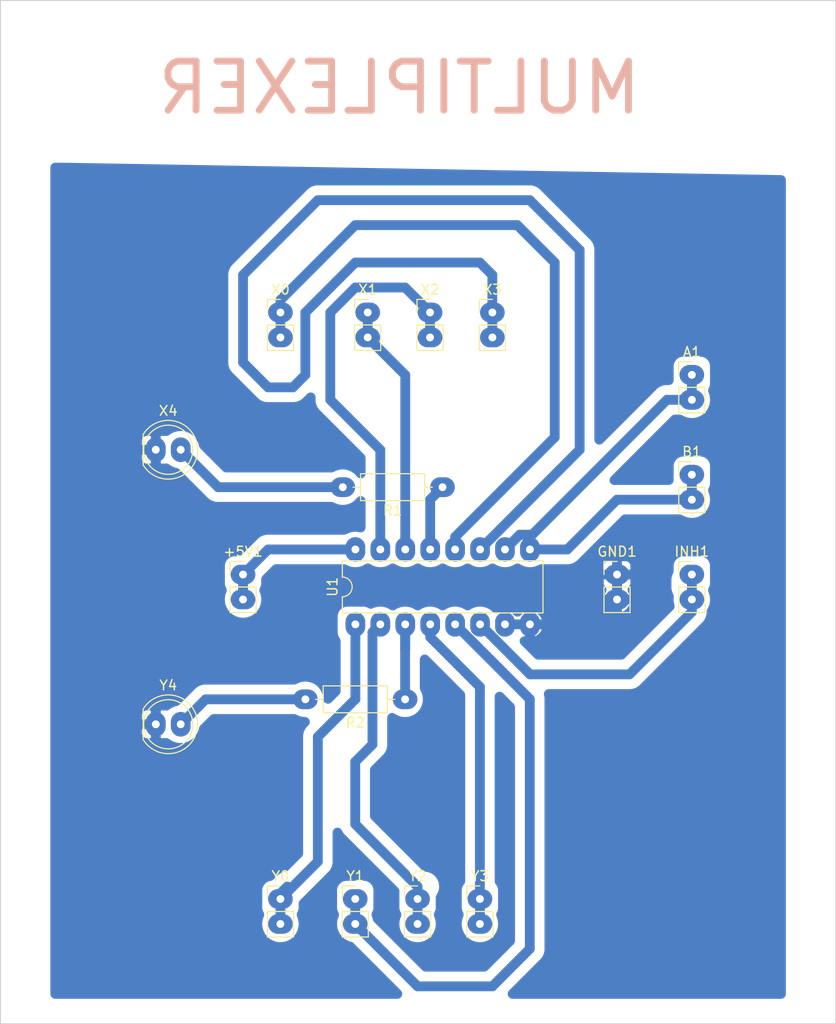
<source format=kicad_pcb>
(kicad_pcb (version 20211014) (generator pcbnew)
  (layers (0 "F.Cu" signal) (31 "B.Cu" signal) (34 "B.Paste" user) (35 "F.Paste" user) (36 "B.SilkS" user "B.Silkscreen") (37 "F.SilkS" user "F.Silkscreen") (38 "B.Mask" user) (39 "F.Mask" user) (44 "Edge.Cuts" user))
  (net 0 "")
  (net 1 "Net-(+5V1-Pad1)")
  (net 2 "Net-(A1-Pad1)")
  (net 3 "Net-(B1-Pad1)")
  (net 4 "GND")
  (net 5 "Net-(INH1-Pad1)")
  (net 6 "Net-(R1-Pad1)")
  (net 7 "Net-(R1-Pad2)")
  (net 8 "Net-(R2-Pad1)")
  (net 9 "Net-(R2-Pad2)")
  (net 10 "Net-(U1-Pad1)")
  (net 11 "Net-(U1-Pad2)")
  (net 12 "Net-(U1-Pad4)")
  (net 13 "Net-(U1-Pad5)")
  (net 14 "Net-(U1-Pad11)")
  (net 15 "Net-(U1-Pad12)")
  (net 16 "Net-(U1-Pad14)")
  (net 17 "Net-(U1-Pad15)")
  (footprint "Connector_PinHeader_2.54mm:PinHeader_1x02_P2.54mm_Vertical" (layer "F.Cu") (at 107.95 49.53)
    (fp_text reference "X1" (at 0 -2.33) (layer "F.SilkS"))
    (fp_text value "Conn_01x02_Male")
    (fp_line (start -1.33 3.87) (end 1.33 3.87) (layer "F.SilkS") (width 0.12))
    (fp_line (start -1.33 1.27) (end -1.33 3.87) (layer "F.SilkS") (width 0.12))
    (fp_line (start 1.33 1.27) (end 1.33 3.87) (layer "F.SilkS") (width 0.12))
    (fp_line (start -1.33 0) (end -1.33 -1.33) (layer "F.SilkS") (width 0.12))
    (fp_line (start -1.33 1.27) (end 1.33 1.27) (layer "F.SilkS") (width 0.12))
    (fp_line (start -1.33 -1.33) (end 0 -1.33) (layer "F.SilkS") (width 0.12))
    (pad "1" thru_hole oval (at 0 0) (size 2.5 2) (drill 0.8) (layers *.Cu *.Mask) (net 16 "Net-(U1-Pad14)"))
    (pad "2" thru_hole oval (at 0 2.54) (size 2.5 2) (drill 0.8) (layers *.Cu *.Mask) (net 16 "Net-(U1-Pad14)"))
  )
  (footprint "Connector_PinHeader_2.54mm:PinHeader_1x02_P2.54mm_Vertical" (layer "F.Cu") (at 113.03 109.22)
    (fp_text reference "Y2" (at 0 -2.33) (layer "F.SilkS"))
    (fp_text value "Conn_01x02_Male")
    (fp_line (start -1.33 0) (end -1.33 -1.33) (layer "F.SilkS") (width 0.12))
    (fp_line (start -1.33 3.87) (end 1.33 3.87) (layer "F.SilkS") (width 0.12))
    (fp_line (start -1.33 1.27) (end -1.33 3.87) (layer "F.SilkS") (width 0.12))
    (fp_line (start -1.33 -1.33) (end 0 -1.33) (layer "F.SilkS") (width 0.12))
    (fp_line (start 1.33 1.27) (end 1.33 3.87) (layer "F.SilkS") (width 0.12))
    (fp_line (start -1.33 1.27) (end 1.33 1.27) (layer "F.SilkS") (width 0.12))
    (pad "1" thru_hole oval (at 0 0) (size 2.5 2) (drill 0.8) (layers *.Cu *.Mask) (net 11 "Net-(U1-Pad2)"))
    (pad "2" thru_hole oval (at 0 2.54) (size 2.5 2) (drill 0.8) (layers *.Cu *.Mask) (net 11 "Net-(U1-Pad2)"))
  )
  (footprint "Connector_PinHeader_2.54mm:PinHeader_1x02_P2.54mm_Vertical" (layer "F.Cu") (at 99.06 49.53)
    (fp_text reference "X0" (at 0 -2.33) (layer "F.SilkS"))
    (fp_text value "Conn_01x02_Male")
    (fp_line (start -1.33 1.27) (end 1.33 1.27) (layer "F.SilkS") (width 0.12))
    (fp_line (start -1.33 0) (end -1.33 -1.33) (layer "F.SilkS") (width 0.12))
    (fp_line (start -1.33 1.27) (end -1.33 3.87) (layer "F.SilkS") (width 0.12))
    (fp_line (start -1.33 3.87) (end 1.33 3.87) (layer "F.SilkS") (width 0.12))
    (fp_line (start 1.33 1.27) (end 1.33 3.87) (layer "F.SilkS") (width 0.12))
    (fp_line (start -1.33 -1.33) (end 0 -1.33) (layer "F.SilkS") (width 0.12))
    (pad "1" thru_hole oval (at 0 0) (size 2.5 2) (drill 0.8) (layers *.Cu *.Mask) (net 15 "Net-(U1-Pad12)"))
    (pad "2" thru_hole oval (at 0 2.54) (size 2.5 2) (drill 0.8) (layers *.Cu *.Mask) (net 15 "Net-(U1-Pad12)"))
  )
  (footprint "Connector_PinHeader_2.54mm:PinHeader_1x02_P2.54mm_Vertical" (layer "F.Cu") (at 106.68 109.22)
    (fp_text reference "Y1" (at 0 -2.33) (layer "F.SilkS"))
    (fp_text value "Conn_01x02_Male")
    (fp_line (start 1.33 1.27) (end 1.33 3.87) (layer "F.SilkS") (width 0.12))
    (fp_line (start -1.33 1.27) (end 1.33 1.27) (layer "F.SilkS") (width 0.12))
    (fp_line (start -1.33 1.27) (end -1.33 3.87) (layer "F.SilkS") (width 0.12))
    (fp_line (start -1.33 0) (end -1.33 -1.33) (layer "F.SilkS") (width 0.12))
    (fp_line (start -1.33 -1.33) (end 0 -1.33) (layer "F.SilkS") (width 0.12))
    (fp_line (start -1.33 3.87) (end 1.33 3.87) (layer "F.SilkS") (width 0.12))
    (pad "1" thru_hole oval (at 0 0) (size 2.5 2) (drill 0.8) (layers *.Cu *.Mask) (net 13 "Net-(U1-Pad5)"))
    (pad "2" thru_hole oval (at 0 2.54) (size 2.5 2) (drill 0.8) (layers *.Cu *.Mask) (net 13 "Net-(U1-Pad5)"))
  )
  (footprint "Connector_PinHeader_2.54mm:PinHeader_1x02_P2.54mm_Vertical" (layer "F.Cu") (at 140.97 66.04)
    (fp_text reference "B1" (at 0 -2.33) (layer "F.SilkS"))
    (fp_text value "Conn_01x02_Male")
    (fp_line (start 1.33 1.27) (end 1.33 3.87) (layer "F.SilkS") (width 0.12))
    (fp_line (start -1.33 -1.33) (end 0 -1.33) (layer "F.SilkS") (width 0.12))
    (fp_line (start -1.33 1.27) (end -1.33 3.87) (layer "F.SilkS") (width 0.12))
    (fp_line (start -1.33 0) (end -1.33 -1.33) (layer "F.SilkS") (width 0.12))
    (fp_line (start -1.33 1.27) (end 1.33 1.27) (layer "F.SilkS") (width 0.12))
    (fp_line (start -1.33 3.87) (end 1.33 3.87) (layer "F.SilkS") (width 0.12))
    (pad "1" thru_hole oval (at 0 0) (size 2.5 2) (drill 0.8) (layers *.Cu *.Mask) (net 3 "Net-(B1-Pad1)"))
    (pad "2" thru_hole oval (at 0 2.54) (size 2.5 2) (drill 0.8) (layers *.Cu *.Mask) (net 3 "Net-(B1-Pad1)"))
  )
  (footprint "Package_DIP:DIP-16_W7.62mm" (layer "F.Cu") (at 106.695 81.27 90)
    (fp_text reference "U1" (at 3.81 -2.33 90) (layer "F.SilkS"))
    (fp_text value "4052")
    (fp_line (start 2.81 -1.33) (end 1.16 -1.33) (layer "F.SilkS") (width 0.12))
    (fp_line (start 1.16 -1.33) (end 1.16 19.11) (layer "F.SilkS") (width 0.12))
    (fp_line (start 6.46 -1.33) (end 4.81 -1.33) (layer "F.SilkS") (width 0.12))
    (fp_line (start 6.46 19.11) (end 6.46 -1.33) (layer "F.SilkS") (width 0.12))
    (fp_line (start 1.16 19.11) (end 6.46 19.11) (layer "F.SilkS") (width 0.12))
    (fp_arc (start 4.81 -1.33) (mid 3.81 -0.33) (end 2.81 -1.33) (layer "F.SilkS") (width 0.12))
    (pad "1" thru_hole oval (at 0 0 90) (size 2.5 2) (drill 0.8) (layers *.Cu *.Mask) (net 10 "Net-(U1-Pad1)"))
    (pad "2" thru_hole oval (at 0 2.54 90) (size 2.5 2) (drill 0.8) (layers *.Cu *.Mask) (net 11 "Net-(U1-Pad2)"))
    (pad "3" thru_hole oval (at 0 5.08 90) (size 2.5 2) (drill 0.8) (layers *.Cu *.Mask) (net 8 "Net-(R2-Pad1)"))
    (pad "4" thru_hole oval (at 0 7.62 90) (size 2.5 2) (drill 0.8) (layers *.Cu *.Mask) (net 12 "Net-(U1-Pad4)"))
    (pad "5" thru_hole oval (at 0 10.16 90) (size 2.5 2) (drill 0.8) (layers *.Cu *.Mask) (net 13 "Net-(U1-Pad5)"))
    (pad "6" thru_hole oval (at 0 12.7 90) (size 2.5 2) (drill 0.8) (layers *.Cu *.Mask) (net 5 "Net-(INH1-Pad1)"))
    (pad "7" thru_hole oval (at 0 15.24 90) (size 2.5 2) (drill 0.8) (layers *.Cu *.Mask) (net 4 "GND"))
    (pad "8" thru_hole oval (at 0 17.78 90) (size 2.5 2) (drill 0.8) (layers *.Cu *.Mask) (net 4 "GND"))
    (pad "9" thru_hole oval (at 7.62 17.78 90) (size 2.5 2) (drill 0.8) (layers *.Cu *.Mask) (net 3 "Net-(B1-Pad1)"))
    (pad "10" thru_hole oval (at 7.62 15.24 90) (size 2.5 2) (drill 0.8) (layers *.Cu *.Mask) (net 2 "Net-(A1-Pad1)"))
    (pad "11" thru_hole oval (at 7.62 12.7 90) (size 2.5 2) (drill 0.8) (layers *.Cu *.Mask) (net 14 "Net-(U1-Pad11)"))
    (pad "12" thru_hole oval (at 7.62 10.16 90) (size 2.5 2) (drill 0.8) (layers *.Cu *.Mask) (net 15 "Net-(U1-Pad12)"))
    (pad "13" thru_hole oval (at 7.62 7.62 90) (size 2.5 2) (drill 0.8) (layers *.Cu *.Mask) (net 6 "Net-(R1-Pad1)"))
    (pad "14" thru_hole oval (at 7.62 5.08 90) (size 2.5 2) (drill 0.8) (layers *.Cu *.Mask) (net 16 "Net-(U1-Pad14)"))
    (pad "15" thru_hole oval (at 7.62 2.54 90) (size 2.5 2) (drill 0.8) (layers *.Cu *.Mask) (net 17 "Net-(U1-Pad15)"))
    (pad "16" thru_hole oval (at 7.62 0 90) (size 2.5 2) (drill 0.8) (layers *.Cu *.Mask) (net 1 "Net-(+5V1-Pad1)"))
  )
  (footprint "Resistor_THT:R_Axial_DIN0207_L6.3mm_D2.5mm_P10.16mm_Horizontal" (layer "F.Cu") (at 115.57 67.31 180)
    (fp_text reference "R1" (at 5.08 -2.37) (layer "F.SilkS"))
    (fp_text value "R")
    (fp_line (start 8.35 -1.37) (end 1.81 -1.37) (layer "F.SilkS") (width 0.12))
    (fp_line (start 1.81 -1.37) (end 1.81 1.37) (layer "F.SilkS") (width 0.12))
    (fp_line (start 8.35 1.37) (end 8.35 -1.37) (layer "F.SilkS") (width 0.12))
    (fp_line (start 1.04 0) (end 1.81 0) (layer "F.SilkS") (width 0.12))
    (fp_line (start 9.12 0) (end 8.35 0) (layer "F.SilkS") (width 0.12))
    (fp_line (start 1.81 1.37) (end 8.35 1.37) (layer "F.SilkS") (width 0.12))
    (pad "1" thru_hole oval (at 0 0 180) (size 2.5 2) (drill 0.8) (layers *.Cu *.Mask) (net 6 "Net-(R1-Pad1)"))
    (pad "2" thru_hole oval (at 10.16 0 180) (size 2.5 2) (drill 0.8) (layers *.Cu *.Mask) (net 7 "Net-(R1-Pad2)"))
  )
  (footprint "LED_THT:LED_D5.0mm" (layer "F.Cu") (at 86.36 91.44)
    (fp_text reference "Y4" (at 1.27 -3.96) (layer "F.SilkS"))
    (fp_text value "LED")
    (fp_line (start -1.29 -1.545) (end -1.29 1.545) (layer "F.SilkS") (width 0.12))
    (fp_arc (start 4.26 -0.000462) (mid 2.072002 2.880433) (end -1.29 1.54483) (layer "F.SilkS") (width 0.12))
    (fp_arc (start -1.29 -1.54483) (mid 2.072002 -2.880433) (end 4.26 0.000462) (layer "F.SilkS") (width 0.12))
    (fp_circle (center 1.27 0) (end 3.77 0) (layer "F.SilkS") (width 0.12) (fill none))
    (pad "1" thru_hole oval (at 0 0) (size 2 2.5) (drill 0.8) (layers *.Cu *.Mask) (net 4 "GND"))
    (pad "2" thru_hole oval (at 2.54 0) (size 2 2.5) (drill 0.8) (layers *.Cu *.Mask) (net 9 "Net-(R2-Pad2)"))
  )
  (footprint "Connector_PinHeader_2.54mm:PinHeader_1x02_P2.54mm_Vertical" (layer "F.Cu") (at 99.06 109.22)
    (fp_text reference "Y0" (at 0 -2.33) (layer "F.SilkS"))
    (fp_text value "Conn_01x02_Male")
    (fp_line (start 1.33 1.27) (end 1.33 3.87) (layer "F.SilkS") (width 0.12))
    (fp_line (start -1.33 1.27) (end 1.33 1.27) (layer "F.SilkS") (width 0.12))
    (fp_line (start -1.33 1.27) (end -1.33 3.87) (layer "F.SilkS") (width 0.12))
    (fp_line (start -1.33 3.87) (end 1.33 3.87) (layer "F.SilkS") (width 0.12))
    (fp_line (start -1.33 -1.33) (end 0 -1.33) (layer "F.SilkS") (width 0.12))
    (fp_line (start -1.33 0) (end -1.33 -1.33) (layer "F.SilkS") (width 0.12))
    (pad "1" thru_hole oval (at 0 0) (size 2.5 2) (drill 0.8) (layers *.Cu *.Mask) (net 10 "Net-(U1-Pad1)"))
    (pad "2" thru_hole oval (at 0 2.54) (size 2.5 2) (drill 0.8) (layers *.Cu *.Mask) (net 10 "Net-(U1-Pad1)"))
  )
  (footprint "Connector_PinHeader_2.54mm:PinHeader_1x02_P2.54mm_Vertical" (layer "F.Cu") (at 114.3 49.53)
    (fp_text reference "X2" (at 0 -2.33) (layer "F.SilkS"))
    (fp_text value "Conn_01x02_Male")
    (fp_line (start -1.33 1.27) (end 1.33 1.27) (layer "F.SilkS") (width 0.12))
    (fp_line (start -1.33 3.87) (end 1.33 3.87) (layer "F.SilkS") (width 0.12))
    (fp_line (start -1.33 1.27) (end -1.33 3.87) (layer "F.SilkS") (width 0.12))
    (fp_line (start -1.33 0) (end -1.33 -1.33) (layer "F.SilkS") (width 0.12))
    (fp_line (start -1.33 -1.33) (end 0 -1.33) (layer "F.SilkS") (width 0.12))
    (fp_line (start 1.33 1.27) (end 1.33 3.87) (layer "F.SilkS") (width 0.12))
    (pad "1" thru_hole oval (at 0 0) (size 2.5 2) (drill 0.8) (layers *.Cu *.Mask) (net 17 "Net-(U1-Pad15)"))
    (pad "2" thru_hole oval (at 0 2.54) (size 2.5 2) (drill 0.8) (layers *.Cu *.Mask) (net 17 "Net-(U1-Pad15)"))
  )
  (footprint "Connector_PinHeader_2.54mm:PinHeader_1x02_P2.54mm_Vertical" (layer "F.Cu") (at 133.35 76.2)
    (fp_text reference "GND1" (at 0 -2.33) (layer "F.SilkS"))
    (fp_text value "Conn_01x02_Male")
    (fp_line (start -1.33 1.27) (end -1.33 3.87) (layer "F.SilkS") (width 0.12))
    (fp_line (start 1.33 1.27) (end 1.33 3.87) (layer "F.SilkS") (width 0.12))
    (fp_line (start -1.33 1.27) (end 1.33 1.27) (layer "F.SilkS") (width 0.12))
    (fp_line (start -1.33 0) (end -1.33 -1.33) (layer "F.SilkS") (width 0.12))
    (fp_line (start -1.33 3.87) (end 1.33 3.87) (layer "F.SilkS") (width 0.12))
    (fp_line (start -1.33 -1.33) (end 0 -1.33) (layer "F.SilkS") (width 0.12))
    (pad "1" thru_hole oval (at 0 0) (size 2.5 2) (drill 0.8) (layers *.Cu *.Mask) (net 4 "GND"))
    (pad "2" thru_hole oval (at 0 2.54) (size 2.5 2) (drill 0.8) (layers *.Cu *.Mask) (net 4 "GND"))
  )
  (footprint "Connector_PinHeader_2.54mm:PinHeader_1x02_P2.54mm_Vertical" (layer "F.Cu") (at 119.38 109.22)
    (fp_text reference "Y3" (at 0 -2.33) (layer "F.SilkS"))
    (fp_text value "Conn_01x02_Male")
    (fp_line (start -1.33 1.27) (end -1.33 3.87) (layer "F.SilkS") (width 0.12))
    (fp_line (start -1.33 3.87) (end 1.33 3.87) (layer "F.SilkS") (width 0.12))
    (fp_line (start -1.33 -1.33) (end 0 -1.33) (layer "F.SilkS") (width 0.12))
    (fp_line (start -1.33 1.27) (end 1.33 1.27) (layer "F.SilkS") (width 0.12))
    (fp_line (start -1.33 0) (end -1.33 -1.33) (layer "F.SilkS") (width 0.12))
    (fp_line (start 1.33 1.27) (end 1.33 3.87) (layer "F.SilkS") (width 0.12))
    (pad "1" thru_hole oval (at 0 0) (size 2.5 2) (drill 0.8) (layers *.Cu *.Mask) (net 12 "Net-(U1-Pad4)"))
    (pad "2" thru_hole oval (at 0 2.54) (size 2.5 2) (drill 0.8) (layers *.Cu *.Mask) (net 12 "Net-(U1-Pad4)"))
  )
  (footprint "Connector_PinHeader_2.54mm:PinHeader_1x02_P2.54mm_Vertical" (layer "F.Cu") (at 140.97 76.2)
    (fp_text reference "INH1" (at 0 -2.33) (layer "F.SilkS"))
    (fp_text value "Conn_01x02_Male")
    (fp_line (start -1.33 3.87) (end 1.33 3.87) (layer "F.SilkS") (width 0.12))
    (fp_line (start -1.33 1.27) (end 1.33 1.27) (layer "F.SilkS") (width 0.12))
    (fp_line (start 1.33 1.27) (end 1.33 3.87) (layer "F.SilkS") (width 0.12))
    (fp_line (start -1.33 0) (end -1.33 -1.33) (layer "F.SilkS") (width 0.12))
    (fp_line (start -1.33 -1.33) (end 0 -1.33) (layer "F.SilkS") (width 0.12))
    (fp_line (start -1.33 1.27) (end -1.33 3.87) (layer "F.SilkS") (width 0.12))
    (pad "1" thru_hole oval (at 0 0) (size 2.5 2) (drill 0.8) (layers *.Cu *.Mask) (net 5 "Net-(INH1-Pad1)"))
    (pad "2" thru_hole oval (at 0 2.54) (size 2.5 2) (drill 0.8) (layers *.Cu *.Mask) (net 5 "Net-(INH1-Pad1)"))
  )
  (footprint "LED_THT:LED_D5.0mm" (layer "F.Cu") (at 86.36 63.5)
    (fp_text reference "X4" (at 1.27 -3.96) (layer "F.SilkS"))
    (fp_text value "LED")
    (fp_line (start -1.29 -1.545) (end -1.29 1.545) (layer "F.SilkS") (width 0.12))
    (fp_arc (start -1.29 -1.54483) (mid 2.072002 -2.880433) (end 4.26 0.000462) (layer "F.SilkS") (width 0.12))
    (fp_arc (start 4.26 -0.000462) (mid 2.072002 2.880433) (end -1.29 1.54483) (layer "F.SilkS") (width 0.12))
    (fp_circle (center 1.27 0) (end 3.77 0) (layer "F.SilkS") (width 0.12) (fill none))
    (pad "1" thru_hole oval (at 0 0) (size 2 2.5) (drill 0.8) (layers *.Cu *.Mask) (net 4 "GND"))
    (pad "2" thru_hole oval (at 2.54 0) (size 2 2.5) (drill 0.8) (layers *.Cu *.Mask) (net 7 "Net-(R1-Pad2)"))
  )
  (footprint "Connector_PinHeader_2.54mm:PinHeader_1x02_P2.54mm_Vertical" (layer "F.Cu") (at 120.65 49.53)
    (fp_text reference "X3" (at 0 -2.33) (layer "F.SilkS"))
    (fp_text value "Conn_01x02_Male")
    (fp_line (start -1.33 -1.33) (end 0 -1.33) (layer "F.SilkS") (width 0.12))
    (fp_line (start -1.33 0) (end -1.33 -1.33) (layer "F.SilkS") (width 0.12))
    (fp_line (start 1.33 1.27) (end 1.33 3.87) (layer "F.SilkS") (width 0.12))
    (fp_line (start -1.33 3.87) (end 1.33 3.87) (layer "F.SilkS") (width 0.12))
    (fp_line (start -1.33 1.27) (end -1.33 3.87) (layer "F.SilkS") (width 0.12))
    (fp_line (start -1.33 1.27) (end 1.33 1.27) (layer "F.SilkS") (width 0.12))
    (pad "1" thru_hole oval (at 0 0) (size 2.5 2) (drill 0.8) (layers *.Cu *.Mask) (net 14 "Net-(U1-Pad11)"))
    (pad "2" thru_hole oval (at 0 2.54) (size 2.5 2) (drill 0.8) (layers *.Cu *.Mask) (net 14 "Net-(U1-Pad11)"))
  )
  (footprint "Connector_PinHeader_2.54mm:PinHeader_1x02_P2.54mm_Vertical" (layer "F.Cu") (at 140.97 55.88)
    (fp_text reference "A1" (at 0 -2.33) (layer "F.SilkS"))
    (fp_text value "Conn_01x02_Male")
    (fp_line (start -1.33 1.27) (end -1.33 3.87) (layer "F.SilkS") (width 0.12))
    (fp_line (start 1.33 1.27) (end 1.33 3.87) (layer "F.SilkS") (width 0.12))
    (fp_line (start -1.33 0) (end -1.33 -1.33) (layer "F.SilkS") (width 0.12))
    (fp_line (start -1.33 -1.33) (end 0 -1.33) (layer "F.SilkS") (width 0.12))
    (fp_line (start -1.33 1.27) (end 1.33 1.27) (layer "F.SilkS") (width 0.12))
    (fp_line (start -1.33 3.87) (end 1.33 3.87) (layer "F.SilkS") (width 0.12))
    (pad "1" thru_hole oval (at 0 0) (size 2.5 2) (drill 0.8) (layers *.Cu *.Mask) (net 2 "Net-(A1-Pad1)"))
    (pad "2" thru_hole oval (at 0 2.54) (size 2.5 2) (drill 0.8) (layers *.Cu *.Mask) (net 2 "Net-(A1-Pad1)"))
  )
  (footprint "Connector_PinHeader_2.54mm:PinHeader_1x02_P2.54mm_Vertical" (layer "F.Cu") (at 95.25 76.2)
    (fp_text reference "+5V1" (at 0 -2.33) (layer "F.SilkS"))
    (fp_text value "Conn_01x02_Male")
    (fp_line (start 1.33 1.27) (end 1.33 3.87) (layer "F.SilkS") (width 0.12))
    (fp_line (start -1.33 1.27) (end 1.33 1.27) (layer "F.SilkS") (width 0.12))
    (fp_line (start -1.33 0) (end -1.33 -1.33) (layer "F.SilkS") (width 0.12))
    (fp_line (start -1.33 -1.33) (end 0 -1.33) (layer "F.SilkS") (width 0.12))
    (fp_line (start -1.33 1.27) (end -1.33 3.87) (layer "F.SilkS") (width 0.12))
    (fp_line (start -1.33 3.87) (end 1.33 3.87) (layer "F.SilkS") (width 0.12))
    (pad "1" thru_hole oval (at 0 0) (size 2.5 2) (drill 0.8) (layers *.Cu *.Mask) (net 1 "Net-(+5V1-Pad1)"))
    (pad "2" thru_hole oval (at 0 2.54) (size 2.5 2) (drill 0.8) (layers *.Cu *.Mask) (net 1 "Net-(+5V1-Pad1)"))
  )
  (footprint "Resistor_THT:R_Axial_DIN0207_L6.3mm_D2.5mm_P10.16mm_Horizontal" (layer "F.Cu") (at 111.76 88.9 180)
    (fp_text reference "R2" (at 5.08 -2.37) (layer "F.SilkS"))
    (fp_text value "R")
    (fp_line (start 8.35 -1.37) (end 1.81 -1.37) (layer "F.SilkS") (width 0.12))
    (fp_line (start 9.12 0) (end 8.35 0) (layer "F.SilkS") (width 0.12))
    (fp_line (start 1.81 1.37) (end 8.35 1.37) (layer "F.SilkS") (width 0.12))
    (fp_line (start 1.81 -1.37) (end 1.81 1.37) (layer "F.SilkS") (width 0.12))
    (fp_line (start 1.04 0) (end 1.81 0) (layer "F.SilkS") (width 0.12))
    (fp_line (start 8.35 1.37) (end 8.35 -1.37) (layer "F.SilkS") (width 0.12))
    (pad "1" thru_hole oval (at 0 0 180) (size 2.5 2) (drill 0.8) (layers *.Cu *.Mask) (net 8 "Net-(R2-Pad1)"))
    (pad "2" thru_hole oval (at 10.16 0 180) (size 2.5 2) (drill 0.8) (layers *.Cu *.Mask) (net 9 "Net-(R2-Pad2)"))
  )
  (gr_rect (start 70.54 17.78) (end 155.63 121.92) (layer "Edge.Cuts") (width 0.1) (fill none))
  (gr_text "MULTIPLEXER" (at 111.18 26.67) (layer "B.SilkS") (effects (font (size 5 5) (thickness 0.7)) (justify mirror)))
  (segment (start 97.8 73.65) (end 95.25 76.2) (width 1) (layer "B.Cu") (net 1))
  (segment (start 95.25 78.74) (end 95.25 76.2) (width 1) (layer "B.Cu") (net 1))
  (segment (start 106.695 73.65) (end 97.8 73.65) (width 1) (layer "B.Cu") (net 1))
  (segment (start 121.935 73.65) (end 123.435 72.15) (width 1) (layer "B.Cu") (net 2))
  (segment (start 140.97 58.42) (end 140.97 55.88) (width 1) (layer "B.Cu") (net 2))
  (segment (start 123.435 72.15) (end 124.7 72.15) (width 1) (layer "B.Cu") (net 2))
  (segment (start 124.7 72.15) (end 138.43 58.42) (width 1) (layer "B.Cu") (net 2))
  (segment (start 138.43 58.42) (end 140.97 58.42) (width 1) (layer "B.Cu") (net 2))
  (segment (start 133.35 68.58) (end 140.97 68.58) (width 1) (layer "B.Cu") (net 3))
  (segment (start 128.28 73.65) (end 133.35 68.58) (width 1) (layer "B.Cu") (net 3))
  (segment (start 124.475 73.65) (end 128.28 73.65) (width 1) (layer "B.Cu") (net 3))
  (segment (start 140.97 68.58) (end 140.97 66.04) (width 1) (layer "B.Cu") (net 3))
  (segment (start 133.35 78.74) (end 133.35 76.2) (width 1) (layer "B.Cu") (net 4))
  (segment (start 86.36 91.44) (end 86.36 63.5) (width 1) (layer "B.Cu") (net 4))
  (segment (start 130.82 81.27) (end 133.35 78.74) (width 1) (layer "B.Cu") (net 4))
  (segment (start 121.935 81.27) (end 124.475 81.27) (width 1) (layer "B.Cu") (net 4))
  (segment (start 124.475 81.27) (end 130.82 81.27) (width 1) (layer "B.Cu") (net 4))
  (segment (start 140.97 78.74) (end 140.97 76.2) (width 1) (layer "B.Cu") (net 5))
  (segment (start 134.62 86.36) (end 124.485 86.36) (width 1) (layer "B.Cu") (net 5))
  (segment (start 124.485 86.36) (end 119.395 81.27) (width 1) (layer "B.Cu") (net 5))
  (segment (start 140.97 78.74) (end 140.97 80.01) (width 1) (layer "B.Cu") (net 5))
  (segment (start 140.97 80.01) (end 134.62 86.36) (width 1) (layer "B.Cu") (net 5))
  (segment (start 114.315 68.565) (end 115.57 67.31) (width 1) (layer "B.Cu") (net 6))
  (segment (start 114.315 73.65) (end 114.315 68.565) (width 1) (layer "B.Cu") (net 6))
  (segment (start 92.71 67.31) (end 88.9 63.5) (width 1) (layer "B.Cu") (net 7))
  (segment (start 105.41 67.31) (end 92.71 67.31) (width 1) (layer "B.Cu") (net 7))
  (segment (start 111.76 81.285) (end 111.775 81.27) (width 1) (layer "B.Cu") (net 8))
  (segment (start 111.775 81.27) (end 111.775 83.805) (width 1) (layer "B.Cu") (net 8))
  (segment (start 111.775 83.805) (end 111.76 83.82) (width 1) (layer "B.Cu") (net 8))
  (segment (start 111.76 88.9) (end 111.76 81.285) (width 1) (layer "B.Cu") (net 8))
  (segment (start 91.44 88.9) (end 101.6 88.9) (width 1) (layer "B.Cu") (net 9))
  (segment (start 88.9 91.44) (end 91.44 88.9) (width 1) (layer "B.Cu") (net 9))
  (segment (start 102.87 92.71) (end 102.87 105.41) (width 1) (layer "B.Cu") (net 10))
  (segment (start 99.06 111.76) (end 99.06 108.64) (width 1) (layer "B.Cu") (net 10))
  (segment (start 106.695 81.27) (end 106.695 88.885) (width 1) (layer "B.Cu") (net 10))
  (segment (start 99.06 111.76) (end 99.06 109.22) (width 1) (layer "B.Cu") (net 10))
  (segment (start 99.06 108.64) (end 99.75 107.95) (width 1) (layer "B.Cu") (net 10))
  (segment (start 102.87 105.41) (end 99.06 109.22) (width 1) (layer "B.Cu") (net 10))
  (segment (start 106.695 88.885) (end 102.87 92.71) (width 1) (layer "B.Cu") (net 10))
  (segment (start 106.68 101.6) (end 113.03 107.95) (width 1) (layer "B.Cu") (net 11))
  (segment (start 108.435001 82.069999) (end 108.435001 93.494999) (width 1) (layer "B.Cu") (net 11))
  (segment (start 109.235 81.27) (end 108.435001 82.069999) (width 1) (layer "B.Cu") (net 11))
  (segment (start 113.03 111.76) (end 113.03 109.22) (width 1) (layer "B.Cu") (net 11))
  (segment (start 113.03 107.95) (end 113.03 109.22) (width 1) (layer "B.Cu") (net 11))
  (segment (start 106.68 95.25) (end 106.68 101.6) (width 1) (layer "B.Cu") (net 11))
  (segment (start 108.435001 93.494999) (end 106.68 95.25) (width 1) (layer "B.Cu") (net 11))
  (segment (start 119.38 87.63) (end 119.38 109.22) (width 1) (layer "B.Cu") (net 12))
  (segment (start 119.38 111.76) (end 119.38 109.22) (width 1) (layer "B.Cu") (net 12))
  (segment (start 114.315 82.565) (end 119.38 87.63) (width 1) (layer "B.Cu") (net 12))
  (segment (start 114.315 81.27) (end 114.315 82.565) (width 1) (layer "B.Cu") (net 12))
  (segment (start 124.46 114.3) (end 120.65 118.11) (width 1) (layer "B.Cu") (net 13))
  (segment (start 113.03 118.11) (end 106.68 111.76) (width 1) (layer "B.Cu") (net 13))
  (segment (start 106.68 109.22) (end 106.68 111.76) (width 1) (layer "B.Cu") (net 13))
  (segment (start 124.46 88.875) (end 124.46 114.3) (width 1) (layer "B.Cu") (net 13))
  (segment (start 116.855 81.27) (end 124.46 88.875) (width 1) (layer "B.Cu") (net 13))
  (segment (start 120.65 118.11) (end 113.03 118.11) (width 1) (layer "B.Cu") (net 13))
  (segment (start 120.65 52.07) (end 120.65 49.53) (width 1) (layer "B.Cu") (net 14))
  (segment (start 97.79 57.15) (end 100.33 57.15) (width 1) (layer "B.Cu") (net 14))
  (segment (start 129.54 63.5) (end 129.54 43.18) (width 1) (layer "B.Cu") (net 14))
  (segment (start 119.38 44.45) (end 120.65 45.72) (width 1) (layer "B.Cu") (net 14))
  (segment (start 95.25 45.72) (end 95.25 54.61) (width 1) (layer "B.Cu") (net 14))
  (segment (start 100.33 57.15) (end 101.6 55.88) (width 1) (layer "B.Cu") (net 14))
  (segment (start 95.25 54.61) (end 97.79 57.15) (width 1) (layer "B.Cu") (net 14))
  (segment (start 106.68 44.45) (end 119.38 44.45) (width 1) (layer "B.Cu") (net 14))
  (segment (start 120.65 45.72) (end 120.65 49.53) (width 1) (layer "B.Cu") (net 14))
  (segment (start 101.6 55.88) (end 101.6 49.53) (width 1) (layer "B.Cu") (net 14))
  (segment (start 124.46 38.1) (end 102.87 38.1) (width 1) (layer "B.Cu") (net 14))
  (segment (start 128.27 64.775) (end 128.27 64.77) (width 1) (layer "B.Cu") (net 14))
  (segment (start 102.87 38.1) (end 95.25 45.72) (width 1) (layer "B.Cu") (net 14))
  (segment (start 128.27 64.77) (end 129.54 63.5) (width 1) (layer "B.Cu") (net 14))
  (segment (start 129.54 43.18) (end 124.46 38.1) (width 1) (layer "B.Cu") (net 14))
  (segment (start 101.6 49.53) (end 106.68 44.45) (width 1) (layer "B.Cu") (net 14))
  (segment (start 119.395 73.65) (end 128.27 64.775) (width 1) (layer "B.Cu") (net 14))
  (segment (start 123.19 40.64) (end 106.68 40.64) (width 1) (layer "B.Cu") (net 15))
  (segment (start 116.855 73.65) (end 116.855 72.375) (width 1) (layer "B.Cu") (net 15))
  (segment (start 99.06 52.07) (end 99.06 49.53) (width 1) (layer "B.Cu") (net 15))
  (segment (start 106.68 40.64) (end 99.06 48.26) (width 1) (layer "B.Cu") (net 15))
  (segment (start 116.855 72.375) (end 127 62.23) (width 1) (layer "B.Cu") (net 15))
  (segment (start 99.06 48.26) (end 99.06 49.53) (width 1) (layer "B.Cu") (net 15))
  (segment (start 127 62.23) (end 127 44.45) (width 1) (layer "B.Cu") (net 15))
  (segment (start 127 44.45) (end 123.19 40.64) (width 1) (layer "B.Cu") (net 15))
  (segment (start 111.775 73.65) (end 111.775 55.895) (width 1) (layer "B.Cu") (net 16))
  (segment (start 107.95 52.07) (end 107.95 49.53) (width 1) (layer "B.Cu") (net 16))
  (segment (start 111.775 55.895) (end 107.95 52.07) (width 1) (layer "B.Cu") (net 16))
  (segment (start 106.68 46.99) (end 111.76 46.99) (width 1) (layer "B.Cu") (net 17))
  (segment (start 109.235 63.515) (end 104.14 58.42) (width 1) (layer "B.Cu") (net 17))
  (segment (start 109.235 73.65) (end 109.235 63.515) (width 1) (layer "B.Cu") (net 17))
  (segment (start 114.3 52.07) (end 114.3 49.53) (width 1) (layer "B.Cu") (net 17))
  (segment (start 104.14 49.53) (end 106.68 46.99) (width 1) (layer "B.Cu") (net 17))
  (segment (start 111.76 46.99) (end 114.3 49.53) (width 1) (layer "B.Cu") (net 17))
  (segment (start 104.14 58.42) (end 104.14 49.53) (width 1) (layer "B.Cu") (net 17))
  (zone (net 4) (net_name "GND") (layer "B.Cu") (connect_pads (clearance 1)) (min_thickness 1) (fill yes (thermal_gap 0.508) (thermal_bridge_width 1))
    (polygon (pts (xy 150.55 35.56) (xy 150.55 119.38) (xy 75.62 119.38) (xy 75.62 34.29) (xy 76.89 34.29)))
  )
)
</source>
